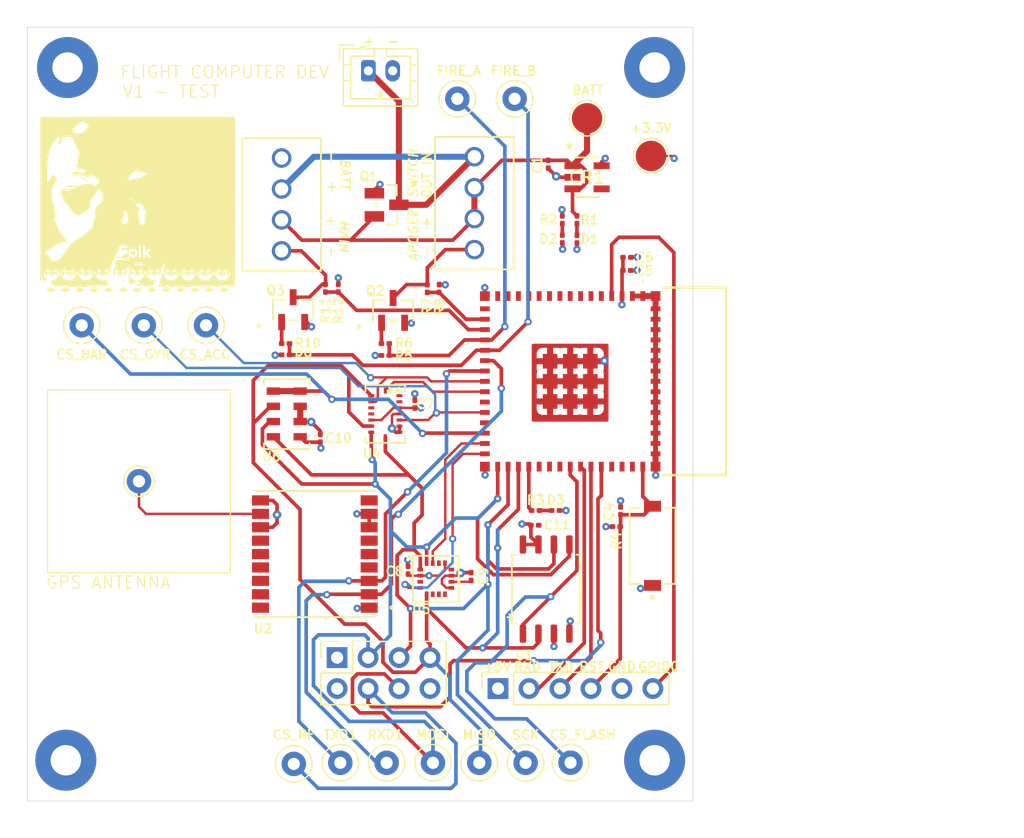
<source format=kicad_pcb>
(kicad_pcb (version 20241229) (generator "pcbnew") (generator_version "9.0")
  (layers (0 "F.Cu" signal) (4 "In1.Cu" signal) (6 "In2.Cu" signal) (2 "B.Cu" signal) (13 "F.Paste" user) (15 "B.Paste" user) (5 "F.SilkS" user "F.Silkscreen") (7 "B.SilkS" user "B.Silkscreen") (1 "F.Mask" user) (3 "B.Mask" user) (25 "Edge.Cuts" user))
  (net 0 "")
  (net 1 "GND")
  (net 2 "RAW_BATT")
  (net 3 "+BATT")
  (net 4 "RESET")
  (net 5 "+3.3V")
  (net 6 "Net-(U5-CAP)")
  (net 8 "Net-(D1-A)")
  (net 9 "Net-(D2-A)")
  (net 10 "Net-(D3-A)")
  (net 11 "SCK")
  (net 24 "GD00")
  (net 26 "MISO")
  (net 27 "GPIO_0")
  (net 28 "TXD0")
  (net 33 "MOSI")
  (net 34 "RXD0")
  (net 35 "MOS_A")
  (net 37 "MOS_B")
  (net 38 "+5V")
  (net 39 "CS_RF")
  (net 40 "Net-(U2-RF_IN)")
  (net 41 "Net-(Q2-G)")
  (net 42 "Net-(Q3-G)")
  (net 43 "PROGRAM_LED")
  (net 44 "FIRE_A")
  (net 45 "SENSE_A")
  (net 46 "FIRE_B")
  (net 47 "SENSE_B")
  (net 48 "CS_FLASH")
  (net 51 "RXD1")
  (net 55 "TXD1")
  (net 61 "CS_GYRO")
  (net 64 "ACCEL_INT")
  (net 66 "CS_ACCEL")
  (net 69 "MAG_INT")
  (net 71 "CS_MAG")
  (net 75 "CS_BARO")
  (net 78 "Net-(GPS_ANT1-Pin_1)")
  (footprint "Resistor_SMD:R_0201_0603Metric" (layer "F.Cu") (at 63.555 56.225 180)
    (property "Reference" "R4")
    (property "Value" "10k" (hide yes))
  )
  (footprint "LD2980ABM33TR:SOT23-5L_STM" (layer "F.Cu") (at 61.1562 27.549999)
    (property "Reference" "CR1")
    (property "Value" "LD2980ABM33TR" (hide yes))
  )
  (footprint "TestPoint:TestPoint_Loop_D1.80mm_Drill1.0mm_Beaded" (layer "F.Cu") (at 40.915 75.61)
    (property "Reference" "TP9" (hide yes))
    (property "Value" "TestPoint" (hide yes))
  )
  (footprint "Capacitor_SMD:C_0201_0603Metric" (layer "F.Cu") (at 64.425 34.125)
    (property "Reference" "C6")
    (property "Value" "0.1uF" (hide yes))
  )
  (footprint "Connector_JST:JST_PH_B2B-PH-K_1x02_P2.00mm_Vertical" (layer "F.Cu") (at 43.215 18.81)
    (property "Reference" "BT1" (hide yes))
    (property "Value" "LiPO" (hide yes))
  )
  (footprint "MS560702BA03:SON8_MS5611_TEC" (layer "F.Cu") (at 36.525 46.975 180)
    (property "Reference" "U6")
    (property "Value" "MS560702BA03-50" (hide yes))
  )
  (footprint "Resistor_SMD:R_0201_0603Metric" (layer "F.Cu") (at 44.605 41.2 180)
    (property "Reference" "R6")
    (property "Value" "1k" (hide yes))
  )
  (footprint "Resistor_SMD:R_0201_0603Metric" (layer "F.Cu") (at 39.7 36.65 90)
    (property "Reference" "R11")
    (property "Value" "100k" (hide yes))
  )
  (footprint "Connector_PinSocket_2.54mm:PinSocket_2x04_P2.54mm_Vertical" (layer "F.Cu") (at 40.655 66.975 90)
    (property "Reference" "J4" (hide yes))
    (property "Value" "Conn_02x04_Odd_Even" (hide yes))
  )
  (footprint "Resistor_SMD:R_0201_0603Metric" (layer "F.Cu") (at 40.75 36.65 -90)
    (property "Reference" "R12")
    (property "Value" "27k" (hide yes))
  )
  (footprint "TestPoint:TestPoint_Loop_D1.80mm_Drill1.0mm_Beaded" (layer "F.Cu") (at 19.7 39.7)
    (property "Reference" "TP12" (hide yes))
    (property "Value" "TestPoint" (hide yes))
  )
  (footprint "Capacitor_SMD:C_0201_0603Metric" (layer "F.Cu") (at 63.905 54.93 90)
    (property "Reference" "C4")
    (property "Value" "1uF" (hide yes))
  )
  (footprint "Capacitor_SMD:C_0201_0603Metric" (layer "F.Cu") (at 46.475 59.8 90)
    (property "Reference" "C8")
    (property "Value" "1uF" (hide yes))
  )
  (footprint "ESP32-Mini:ESP32S2MINI2N4R2" (layer "F.Cu") (at 59.775 44.3 -90)
    (property "Reference" "IC1" (hide yes))
    (property "Value" "ESP32-S2-MINI-2-N4R2" (hide yes))
  )
  (footprint "TestPoint:TestPoint_Loop_D1.80mm_Drill1.0mm_Beaded" (layer "F.Cu") (at 24.8 39.7)
    (property "Reference" "TP11" (hide yes))
    (property "Value" "TestPoint" (hide yes))
  )
  (footprint "LED_SMD:LED_0201_0603Metric" (layer "F.Cu") (at 58.575 54.9 180)
    (property "Reference" "D3")
    (property "Value" "BLUE" (hide yes))
  )
  (footprint "Resistor_SMD:R_0201_0603Metric" (layer "F.Cu") (at 36.425 42.125 180)
    (property "Reference" "R9")
    (property "Value" "100k" (hide yes))
  )
  (footprint "TestPoint:TestPoint_Loop_D1.80mm_Drill1.0mm_Beaded" (layer "F.Cu") (at 59.8 75.6)
    (property "Reference" "TP14" (hide yes))
    (property "Value" "TestPoint" (hide yes))
  )
  (footprint "TestPoint:TestPoint_Loop_D1.80mm_Drill1.0mm_Beaded" (layer "F.Cu") (at 55.215 21.11)
    (property "Reference" "TP7" (hide yes))
    (property "Value" "TestPoint" (hide yes))
  )
  (footprint "TestPoint:TestPoint_Loop_D1.80mm_Drill1.0mm_Beaded" (layer "F.Cu") (at 48.515 75.61)
    (property "Reference" "TP4" (hide yes))
    (property "Value" "TestPoint" (hide yes))
  )
  (footprint "TestPoint:TestPoint_Loop_D1.80mm_Drill1.0mm_Beaded" (layer "F.Cu") (at 50.515 21.11)
    (property "Reference" "TP6" (hide yes))
    (property "Value" "TestPoint" (hide yes))
  )
  (footprint "Capacitor_SMD:C_0201_0603Metric" (layer "F.Cu") (at 39.275 48.975 -90)
    (property "Reference" "C10")
    (property "Value" "0.1uF" (hide yes))
  )
  (footprint "MountingHole:MountingHole_2.5mm_Pad" (layer "F.Cu") (at 66.7 18.542)
    (property "Reference" "H3" (hide yes))
    (property "Value" "MountingHole_Pad" (hide yes))
  )
  (footprint "MountingHole:MountingHole_2.5mm_Pad" (layer "F.Cu") (at 66.7 75.4)
    (property "Reference" "H4" (hide yes))
    (property "Value" "MountingHole_Pad" (hide yes))
  )
  (footprint "TestPoint:TestPoint_Pad_D2.5mm" (layer "F.Cu") (at 66.4 25.8)
    (property "Reference" "TP1" (hide yes))
    (property "Value" "TestPoint" (hide yes))
  )
  (footprint "Capacitor_SMD:C_0201_0603Metric" (layer "F.Cu") (at 64.4175 35.2)
    (property "Reference" "C5")
    (property "Value" "10uF" (hide yes))
  )
  (footprint "SI2302-TP:SOT-23_MCC" (layer "F.Cu") (at 37.04615 38.416)
    (property "Reference" "Q3")
    (property "Value" "NMOS")
  )
  (footprint "1725672:CONN_1725672_PXC" (layer "F.Cu") (at 36.1 25.97 -90)
    (property "Reference" "J2" (hide yes))
    (property "Value" "Conn_01x04_Pin" (hide yes))
  )
  (footprint "Capacitor_SMD:C_0201_0603Metric" (layer "F.Cu") (at 51.650001 60.320001 90)
    (property "Reference" "C9")
    (property "Value" "10uF" (hide yes))
  )
  (footprint "Capacitor_SMD:C_0201_0603Metric" (layer "F.Cu") (at 56.87 56.11)
    (property "Reference" "C11")
    (property "Value" "0.1uF" (hide yes))
  )
  (footprint "Resistor_SMD:R_0201_0603Metric" (layer "F.Cu") (at 49.025 36.68 -90)
    (property "Reference" "R8")
    (property "Value" "27k" (hide yes))
  )
  (footprint "MountingHole:MountingHole_2.5mm_Pad" (layer "F.Cu") (at 18.4 75.4)
    (property "Reference" "H1" (hide yes))
    (property "Value" "MountingHole_Pad" (hide yes))
  )
  (footprint "graphics:theone" (layer "F.Cu") (at 24.3 30.2)
    (property "Reference" "G***")
    (property "Value" "LOGO" (hide yes))
  )
  (footprint "BMI088:QFN_BMI085_BOS" (layer "F.Cu") (at 44.607346 46.974999 -90)
    (property "Reference" "U4")
    (property "Value" "BMI088" (hide yes))
  )
  (footprint "Reverse Polarity PMOS:DMP3099L-7_DIO" (layer "F.Cu") (at 44.715 29.81 -90)
    (property "Reference" "Q1")
    (property "Value" "PMOS" (hide yes))
  )
  (footprint "GSPTS004102:SW_PTS636_CNK" (layer "F.Cu") (at 66.525 57.8 90)
    (property "Reference" "SW1" (hide yes))
    (property "Value" "PTS636 SM50J SMTR LFS" (hide yes))
  )
  (footprint "MountingHole:MountingHole_2.5mm_Pad" (layer "F.Cu") (at 18.542 18.542)
    (property "Reference" "H2" (hide yes))
    (property "Value" "MountingHole_Pad" (hide yes))
  )
  (footprint "Resistor_SMD:R_0201_0603Metric" (layer "F.Cu") (at 56.925 54.9)
    (property "Reference" "R3")
    (property "Value" "50" (hide yes))
  )
  (footprint "MAX-M10:MOD18_MAX-M10M_UBL" (layer "F.Cu") (at 38.8258 58.475 180)
    (property "Reference" "U2")
    (property "Value" "MAX-M10M-00B" (hide yes))
  )
  (footprint "TestPoint:TestPoint_Loop_D1.80mm_Drill1.0mm_Beaded" (layer "F.Cu") (at 44.715 75.61)
    (property "Reference" "TP8" (hide yes))
    (property "Value" "TestPoint" (hide yes))
  )
  (footprint "TestPoint:TestPoint_Loop_D1.80mm_Drill1.0mm_Beaded" (layer "F.Cu") (at 37.1 75.7)
    (property "Reference" "TP15" (hide yes))
    (property "Value" "TestPoint" (hide yes))
  )
  (footprint "Resistor_SMD:R_0201_0603Metric" (layer "F.Cu") (at 60.325 31.035 -90)
    (property "Reference" "R1")
    (property "Value" "110" (hide yes))
  )
  (footprint "MMC5983MA:MMC5983MA_MEM" (layer "F.Cu") (at 48.75 60.5)
    (property "Reference" "U5")
    (property "Value" "MMC5983MA" (hide yes))
  )
  (footprint "Connector_PinSocket_2.54mm:PinSocket_1x06_P2.54mm_Vertical" (layer "F.Cu") (at 53.855 69.515 90)
    (property "Reference" "J3" (hide yes))
    (property "Value" "Conn_01x06_Pin" (hide yes))
  )
  (footprint "Resistor_SMD:R_0201_0603Metric" (layer "F.Cu") (at 48.05 36.68 90)
    (property "Reference" "R7")
    (property "Value" "100k" (hide yes))
  )
  (footprint "TestPoint:TestPoint_Loop_D1.80mm_Drill1.0mm_Beaded" (layer "F.Cu") (at 56.115 75.61)
    (property "Reference" "TP5" (hide yes))
    (property "Value" "TestPoint" (hide yes))
  )
  (footprint "Resistor_SMD:R_0201_0603Metric" (layer "F.Cu") (at 36.425 41.2 180)
    (property "Reference" "R10")
    (property "Value" "1k" (hide yes))
  )
  (footprint "SI2302-TP:SOT-23_MCC" (layer "F.Cu") (at 45.2465 38.475)
    (property "Reference" "Q2")
    (property "Value" "NMOS" (hide yes))
  )
  (footprint "Capacitor_SMD:C_0201_0603Metric" (layer "F.Cu") (at 47.027346 46.168699 90)
    (property "Reference" "C7")
    (property "Value" "0.1uF" (hide yes))
  )
  (footprint "Resistor_SMD:R_0201_0603Metric" (layer "F.Cu") (at 44.61 42.175 180)
    (property "Reference" "R5")
    (property "Value" "100k" (hide yes))
  )
  (footprint "LED_SMD:LED_0201_0603Metric" (layer "F.Cu") (at 60.325 32.63 90)
    (property "Reference" "D1")
    (property "Value" "RED" (hide yes))
  )
  (footprint "TestPoint:TestPoint_Loop_D1.80mm_Drill1.0mm_Beaded" (layer "F.Cu") (at 52.315 75.61)
    (property "Reference" "TP3" (hide yes))
    (property "Value" "TestPoint" (hide yes))
  )
  (footprint "Capacitor_SMD:C_0201_0603Metric" (layer "F.Cu") (at 57.975 26.48 -90)
    (property "Reference" "C1")
    (property "Value" "22uF" (hide yes))
  )
  (footprint "LED_SMD:LED_0201_0603Metric" (layer "F.Cu") (at 59.125 32.615 90)
    (property "Reference" "D2")
    (property "Value" "GREEN" (hide yes))
  )
  (footprint "1725672:CONN_1725672_PXC" (layer "F.Cu") (at 51.915 25.865 -90)
    (property "Reference" "J1" (hide yes))
    (property "Value" "Conn_01x04_Pin" (hide yes))
  )
  (footprint "Connector_Pin:Pin_D1.0mm_L10.0mm" (layer "F.Cu") (at 24.4 52.5)
    (property "Reference" "GPS_ANT" (hide yes))
    (property "Value" "Pin_D1.0mm_L10.0mm" (hide yes))
  )
  (footprint "W25Q16JVSSIQ:W25Q16JVSSIQ_WIN" (layer "F.Cu") (at 57.8 61.35 90)
    (property "Reference" "U1")
    (property "Value" "W25Q16JVSSIQ" (hide yes))
  )
  (footprint "TestPoint:TestPoint_Loop_D1.80mm_Drill1.0mm_Beaded" (layer "F.Cu") (at 29.9 39.7)
    (property "Reference" "TP10" (hide yes))
    (property "Value" "TestPoint" (hide yes))
  )
  (footprint "TestPoint:TestPoint_Pad_D2.5mm" (layer "F.Cu") (at 61.1562 22.71)
    (property "Reference" "TP2" (hide yes))
    (property "Value" "TestPoint" (hide yes))
  )
  (footprint "Resistor_SMD:R_0201_0603Metric" (layer "F.Cu") (at 59.125 31.035 -90)
    (property "Reference" "R2")
    (property "Value" "50" (hide yes))
  )
  (gr_line (start 24.4 45) (end 16.9 45) (stroke (width 0.1)) (layer "F.SilkS"))
  (gr_line (start 16.9 60) (end 31.9 60) (stroke (width 0.1)) (layer "F.SilkS"))
  (gr_line (start 31.9 45) (end 24.4 45) (stroke (width 0.1)) (layer "F.SilkS"))
  (gr_line (start 16.9 45) (end 16.9 60) (stroke (width 0.1)) (layer "F.SilkS"))
  (gr_line (start 31.9 45) (end 31.9 60) (stroke (width 0.1)) (layer "F.SilkS"))
  (gr_line (start 15.24 15.24) (end 69.85 15.24) (stroke (width 0.05)) (layer "Edge.Cuts"))
  (gr_line (start 69.85 78.74) (end 15.24 78.74) (stroke (width 0.05)) (layer "Edge.Cuts"))
  (gr_line (start 15.24 15.24) (end 15.24 78.74) (stroke (width 0.05)) (layer "Edge.Cuts"))
  (gr_line (start 69.85 15.24) (end 69.85 78.74) (stroke (width 0.05)) (layer "Edge.Cuts"))
  (gr_text "IN" (at 48.015 26.01 90) (layer "F.SilkS") (effects (font (size 0.75 0.75))))
  (gr_text "+5V" (at 53.775 67.725 0) (layer "F.SilkS") (effects (font (size 0.75 0.75))))
  (gr_text "SCK" (at 56.115 73.31 0) (layer "F.SilkS") (effects (font (size 0.75 0.75))))
  (gr_text "CS_ACC" (at 29.8 42.1 0) (layer "F.SilkS") (effects (font (size 0.75 0.75))))
  (gr_text "RXD1" (at 44.615 73.31 0) (layer "F.SilkS") (effects (font (size 0.75 0.75))))
  (gr_text "+" (at 40.215 28.41 180) (layer "F.SilkS") (effects (font (size 0.75 0.75))))
  (gr_text "-" (at 45.24 16.385 0) (layer "F.SilkS") (effects (font (size 0.75 0.75))))
  (gr_text "GND" (at 64.025 67.725 0) (layer "F.SilkS") (effects (font (size 0.75 0.75))))
  (gr_text "GPS ANTENNA" (at 16.7 61.4 0) (layer "F.SilkS") (effects (font (size 1 1) (thickness 0.1)) (justify left bottom)))
  (gr_text "FIRE_A\n" (at 50.615 18.81 0) (layer "F.SilkS") (effects (font (size 0.75 0.75))))
  (gr_text "RST" (at 61.525 67.725 0) (layer "F.SilkS") (effects (font (size 0.75 0.75))))
  (gr_text "+" (at 43.24 16.385 0) (layer "F.SilkS") (effects (font (size 0.75 0.75))))
  (gr_text "BATT" (at 41.315 27.31 270) (layer "F.SilkS") (effects (font (size 0.75 0.75) (thickness 0.15) (italic yes))))
  (gr_text "-" (at 40.115 33.61 90) (layer "F.SilkS") (effects (font (size 0.75 0.75))))
  (gr_text "+" (at 40.115 31.11 0) (layer "F.SilkS") (effects (font (size 0.75 0.75))))
  (gr_text "+" (at 48.015 31.21 0) (layer "F.SilkS") (effects (font (size 0.75 0.75))))
  (gr_text "FIRE_B" (at 55.115 18.81 0) (layer "F.SilkS") (effects (font (size 0.75 0.75))))
  (gr_text "CS_FLASH" (at 60.8 73.3 0) (layer "F.SilkS") (effects (font (size 0.75 0.75))))
  (gr_text "APOGEE" (at 46.915 32.31 90) (layer "F.SilkS") (effects (font (size 0.75 0.75) (thickness 0.15) (italic yes))))
  (gr_text "BATT" (at 61.215 20.41 0) (layer "F.SilkS") (effects (font (size 0.75 0.75))))
  (gr_text "GPIO0" (at 67.025 67.725 0) (layer "F.SilkS") (effects (font (size 0.75 0.75))))
  (gr_text "CS_GYR" (at 24.9 42.1 0) (layer "F.SilkS") (effects (font (size 0.75 0.75))))
  (gr_text "SWITCH" (at 46.915 27.21 90) (layer "F.SilkS") (effects (font (size 0.75 0.75) (thickness 0.15) (italic yes))))
  (gr_text "OUT" (at 48.015 28.21 90) (layer "F.SilkS") (effects (font (size 0.75 0.75))))
  (gr_text "V1 - TEST" (at 23 21.1 0) (layer "F.SilkS") (effects (font (size 1 1) (thickness 0.1)) (justify left bottom)))
  (gr_text "-" (at 48.015 33.71 90) (layer "F.SilkS") (effects (font (size 0.75 0.75))))
  (gr_text "-" (at 40.215 25.91 270) (layer "F.SilkS") (effects (font (size 0.75 0.75))))
  (gr_text "MOSI" (at 48.515 73.31 0) (layer "F.SilkS") (effects (font (size 0.75 0.75))))
  (gr_text "MISO" (at 52.315 73.31 0) (layer "F.SilkS") (effects (font (size 0.75 0.75))))
  (gr_text "FLIGHT COMPUTER DEV" (at 22.8 19.5 0) (layer "F.SilkS") (effects (font (size 1 1) (thickness 0.1)) (justify left bottom)))
  (gr_text "CS_RF" (at 37.1 73.3 0) (layer "F.SilkS") (effects (font (size 0.75 0.75))))
  (gr_text "CS_BAR" (at 19.7 42.1 0) (layer "F.SilkS") (effects (font (size 0.75 0.75))))
  (gr_text "MAIN" (at 41.215 32.41 270) (layer "F.SilkS") (effects (font (size 0.75 0.75) (thickness 0.15) (italic yes))))
  (gr_text "+3.3V" (at 66.4 23.5 0) (layer "F.SilkS") (effects (font (size 0.75 0.75))))
  (gr_text "TXD1" (at 40.915 73.31 0) (layer "F.SilkS") (effects (font (size 0.75 0.75))))
  (gr_text "TXD" (at 59.025 67.725 0) (layer "F.SilkS") (effects (font (size 0.75 0.75))))
  (gr_text "RXD" (at 56.275 67.725 0) (layer "F.SilkS") (effects (font (size 0.75 0.75))))
  (segment (start 44.29 42.175) (end 43.775 42.175) (width 0.3) (layer "F.Cu") (net 1))
  (segment (start 66.275001 61.3) (end 66.525 61.050001) (width 0.3) (layer "F.Cu") (net 1))
  (segment (start 63.905 54.61) (end 63.905 54.1) (width 0.3) (layer "F.Cu") (net 1))
  (segment (start 35.725 54.433401) (end 35.725 55.25) (width 0.3) (layer "F.Cu") (net 1))
  (segment (start 49.025 36.36) (end 49.51 36.36) (width 0.3) (layer "F.Cu") (net 1))
  (segment (start 39.275 48.38) (end 38.525 47.63) (width 0.3) (layer "F.Cu") (net 1))
  (segment (start 37.625 46.35) (end 37.625 47.6) (width 0.5) (layer "F.Cu") (net 1))
  (segment (start 35.6 42.125) (end 35.575 42.15) (width 0.3) (layer "F.Cu") (net 1))
  (segment (start 60.325 32.95) (end 60.325 33.4675) (width 0.3) (layer "F.Cu") (net 1))
  (segment (start 39.275 48.655) (end 39.275 48.38) (width 0.3) (layer "F.Cu") (net 1))
  (segment (start 45.152346 47.115398) (end 45.152346 48.168699) (width 0.2) (layer "F.Cu") (net 1))
  (segment (start 50.571832 60.25) (end 50.787556 60.034276) (width 0.2) (layer "F.Cu") (net 1))
  (segment (start 61.425 42.65) (end 62.535002 42.65) (width 0.3) (layer "F.Cu") (net 1))
  (segment (start 66.775 51.3) (end 66.775 51.995) (width 0.3) (layer "F.Cu") (net 1))
  (segment (start 46.45 58.945) (end 46.45 59.455) (width 0.3) (layer "F.Cu") (net 1))
  (segment (start 59.15 32.96) (end 59.125 32.935) (width 0.3) (layer "F.Cu") (net 1))
  (segment (start 34.3681 56.274999) (end 35.3666 56.274999) (width 0.3) (layer "F.Cu") (net 1))
  (segment (start 58.699999 27.549999) (end 58.625 27.475) (width 0.3) (layer "F.Cu") (net 1))
  (segment (start 50.020397 61.245399) (end 49.595399 61.245399) (width 0.2) (layer "F.Cu") (net 1))
  (segment (start 43.233499 62.925) (end 43.2835 62.874999) (width 0.3) (layer "F.Cu") (net 1))
  (segment (start 49.51 36.36) (end 49.525 36.375) (width 0.3) (layer "F.Cu") (net 1))
  (segment (start 65.2275 35.2) (end 65.2525 35.175) (width 0.3) (layer "F.Cu") (net 1))
  (segment (start 49.250001 60.525001) (end 49.525002 60.25) (width 0.2) (layer "F.Cu") (net 1))
  (segment (start 35.3666 54.075001) (end 35.725 54.433401) (width 0.3) (layer "F.Cu") (net 1))
  (segment (start 59.9624 27.549999) (end 58.699999 27.549999) (width 0.3) (layer "F.Cu") (net 1))
  (segment (start 46.716 39.491) (end 46.75 39.525) (width 0.3) (layer "F.Cu") (net 1))
  (segment (start 46.45 59.455) (end 46.475 59.48) (width 0.3) (layer "F.Cu") (net 1))
  (segment (start 43.7095 28.596) (end 44.1705 28.135) (width 0.3) (layer "F.Cu") (net 1))
  (segment (start 49.525002 60.25) (end 50.024999 60.25) (width 0.2) (layer "F.Cu") (net 1))
  (segment (start 36.105 42.125) (end 35.6 42.125) (width 0.3) (layer "F.Cu") (net 1))
  (segment (start 49.595399 61.245399) (end 49.250001 60.900001) (width 0.2) (layer "F.Cu") (net 1))
  (segment (start 46.19265 39.491) (end 46.716 39.491) (width 0.3) (layer "F.Cu") (net 1))
  (segment (start 58.895 54.9) (end 59.425 54.9) (width 0.3) (layer "F.Cu") (net 1))
  (segment (start 52.775 51.3) (end 52.775 51.97) (width 0.3) (layer "F.Cu") (net 1))
  (segment (start 50.024999 61.250001) (end 50.020397 61.245399) (width 0.2) (layer "F.Cu") (net 1))
  (segment (start 35.725 55.916599) (end 35.725 55.25) (width 0.3) (layer "F.Cu") (net 1))
  (segment (start 52.775 51.97) (end 52.79 51.985) (width 0.3) (layer "F.Cu") (net 1))
  (segment (start 49.250001 60.900001) (end 49.250001 60.525001) (width 0.2) (layer "F.Cu") (net 1))
  (segment (start 45.763046 47.975) (end 45.763046 48.474999) (width 0.3) (layer "F.Cu") (net 1))
  (segment (start 50.821831 60.000001) (end 50.787556 60.034276) (width 0.3) (layer "F.Cu") (net 1))
  (segment (start 34.3681 54.075001) (end 35.3666 54.075001) (width 0.3) (layer "F.Cu") (net 1))
  (segment (start 65.55 61.3) (end 66.275001 61.3) (width 0.3) (layer "F.Cu") (net 1))
  (segment (start 66.775 51.995) (end 66.79 52.01) (width 0.3) (layer "F.Cu") (net 1))
  (segment (start 47.027346 45.848699) (end 47.027346 45.318699) (width 0.3) (layer "F.Cu") (net 1))
  (segment (start 45.458646 48.474999) (end 45.152346 48.168699) (width 0.3) (layer "F.Cu") (net 1))
  (segment (start 59.705 64.045) (end 59.775 63.975) (width 0.3) (layer "F.Cu") (net 1))
  (segment (start 57.975 26.825) (end 58.625 27.475) (width 0.3) (layer "F.Cu") (net 1))
  (segment (start 42.3 62.925) (end 43.233499 62.925) (width 0.3) (layer "F.Cu") (net 1))
  (segment (start 45.763046 46.974999) (end 45.292745 46.974999) (width 0.2) (layer "F.Cu") (net 1))
  (segment (start 35.3666 56.274999) (end 35.725 55.916599) (width 0.3) (layer "F.Cu") (net 1))
  (segment (start 38.157 39.432) (end 38.55 39.825) (width 0.3) (layer "F.Cu") (net 1))
  (segment (start 52.775 36.62) (end 52.765 36.61) (width 0.3) (layer "F.Cu") (net 1))
  (segment (start 57.975 26.8) (end 57.975 26.825) (width 0.3) (layer "F.Cu") (net 1))
  (segment (start 45.292745 46.974999) (end 45.152346 47.115398) (width 0.2) (layer "F.Cu") (net 1))
  (segment (start 52.775 37.3) (end 52.775 36.62) (width 0.3) (layer "F.Cu") (net 1))
  (segment (start 51.650001 60.000001) (end 50.821831 60.000001) (width 0.3) (layer "F.Cu") (net 1))
  (segment (start 65.28 34.1) (end 64.77 34.1) (width 0.3) (layer "F.Cu") (net 1))
  (segment (start 59.705 65.0076) (end 59.705 64.045) (width 0.3) (layer "F.Cu") (net 1))
  (segment (start 62.535002 42.65) (end 62.575002 42.61) (width 0.3) (layer "F.Cu") (net 1))
  (segment (start 64.77 34.1) (end 64.745 34.125) (width 0.3) (layer "F.Cu") (net 1))
  (segment (start 43.7095 28.859999) (end 43.7095 28.596) (width 0.3) (layer "F.Cu") (net 1))
  (segment (start 45.763046 48.474999) (end 45.458646 48.474999) (width 0.3) (layer "F.Cu") (net 1))
  (segment (start 64.7375 35.2) (end 65.2275 35.2) (width 0.3) (layer "F.Cu") (net 1))
  (segment (start 37.9923 39.432) (end 38.157 39.432) (width 0.3) (layer "F.Cu") (net 1))
  (segment (start 59.15 33.455) (end 59.15 32.96) (width 0.3) (layer "F.Cu") (net 1))
  (segment (start 50.024999 60.25) (end 50.571832 60.25) (width 0.2) (layer "F.Cu") (net 1))
  (segment (start 37.625 47.6) (end 38.495 47.6) (width 0.3) (layer "F.Cu") (net 1))
  (segment (start 40.75 36.33) (end 40.75 35.8) (width 0.3) (layer "F.Cu") (net 1))
  (via (at 46.45 58.945) (size 0.6) (drill 0.25) (layers "F.Cu" "B.Cu") (net 1))
  (via (at 47.027346 45.318699) (size 0.6) (drill 0.25) (layers "F.Cu" "B.Cu") (net 1))
  (via (at 63.905 54.1) (size 0.6) (drill 0.25) (layers "F.Cu" "B.Cu") (net 1))
  (via (at 45.152346 48.168699) (size 0.7) (drill 0.3) (layers "F.Cu" "B.Cu") (net 1))
  (via (at 49.525 36.375) (size 0.6) (drill 0.25) (layers "F.Cu" "B.Cu") (net 1))
  (via (at 40.75 35.8) (size 0.6) (drill 0.25) (layers "F.Cu" "B.Cu") (net 1))
  (via (at 62.575002 42.61) (size 0.7) (drill 0.3) (layers "F.Cu" "B.Cu") (net 1))
  (via (at 38.55 39.825) (size 0.6) (drill 0.25) (layers "F.Cu" "B.Cu") (net 1))
  (via (at 46.75 39.525) (size 0.6) (drill 0.25) (layers "F.Cu" "B.Cu") (net 1))
  (via (at 35.575 42.15) (size 0.6) (drill 0.25) (layers "F.Cu" "B.Cu") (net 1))
  (via (at 59.425 54.9) (size 0.6) (drill 0.25) (layers "F.Cu" "B.Cu") (net 1))
  (via (at 65.28 34.1) (size 0.6) (drill 0.25) (layers "F.Cu" "B.Cu") (net 1))
  (via (at 43.775 42.175) (size 0.6) (drill 0.25) (layers "F.Cu" "B.Cu") (net 1))
  (via (at 52.79 51.985) (size 0.6) (drill 0.25) (layers "F.Cu" "B.Cu") (net 1))
  (via (at 60.325 33.4675) (size 0.6) (drill 0.25) (layers "F.Cu" "B.Cu") (net 1))
  (via (at 35.725 55.25) (size 0.7) (drill 0.3) (layers "F.Cu" "B.Cu") (net 1))
  (via (at 38.525 47.63) (size 0.7) (drill 0.3) (layers "F.Cu" "B.Cu") (net 1))
  (via (at 59.775 63.975) (size 0.6) (drill 0.25) (layers "F.Cu" "B.Cu") (net 1))
  (via (at 44.1705 28.135) (size 0.6) (drill 0.25) (layers "F.Cu" "B.Cu") (net 1))
  (via (at 58.625 27.475) (size 0.7) (drill 0.3) (layers "F.Cu" "B.Cu") (net 1))
  (via (at 50.787556 60.034276) (size 0.7) (drill 0.3) (layers "F.Cu" "B.Cu") (net 1))
  (via (at 65.55 61.3) (size 0.6) (drill 0.25) (layers "F.Cu" "B.Cu") (net 1))
  (via (at 59.15 33.455) (size 0.6) (drill 0.25) (layers "F.Cu" "B.Cu") (net 1))
  (via (at 42.3 62.925) (size 0.6) (drill 0.25) (layers "F.Cu" "B.Cu") (net 1))
  (via (at 65.2525 35.175) (size 0.6) (drill 0.25) (layers "F.Cu" "B.Cu") (net 1))
  (via (at 66.79 52.01) (size 0.6) (drill 0.25) (layers "F.Cu" "B.Cu") (net 1))
  (via (at 52.765 36.61) (size 0.6) (drill 0.25) (layers "F.Cu" "B.Cu") (net 1))
  (segment (start 47.97 29.81) (end 51.915 25.865) (width 0.5) (layer "F.Cu") (net 2))
  (segment (start 45.7205 29.81) (end 47.97 29.81) (width 0.5) (layer "F.Cu") (net 2))
  (segment (start 45.7205 21.3155) (end 45.7205 29.81) (width 0.5) (layer "F.Cu") (net 2))
  (segment (start 36.1 28.51) (end 36.1 28.025) (width 0.3) (layer "F.Cu") (net 2))
  (segment (start 43.215 18.81) (end 45.7205 21.3155) (width 0.5) (layer "F.Cu") (net 2))
  (segment (start 51.915 25.865) (end 38.745 25.865) (width 0.5) (layer "B.Cu") (net 2))
  (segment (start 38.745 25.865) (end 36.1 28.51) (width 0.5) (layer "B.Cu") (net 2))
  (segment (start 59.9624 30.3524) (end 60.325 30.715) (width 0.3) (layer "F.Cu") (net 3))
  (segment (start 57.975 26.16) (end 54.16 26.16) (width 0.3) (layer "F.Cu") (net 3))
  (segment (start 36.1 31.05) (end 37.76 32.71) (width 0.3) (layer "F.Cu") (net 3))
  (segment (start 54.16 26.16) (end 51.915 28.405) (width 0.3) (layer "F.Cu") (net 3))
  (segment (start 60.654199 26.599998) (end 61.125 27.070799) (width 0.3) (layer "F.Cu") (net 3))
  (segment (start 43.7095 30.760001) (end 41.759501 32.71) (width 0.3) (layer "F.Cu") (net 3))
  (segment (start 61.125 27.070799) (end 61.125 27.975) (width 0.3) (layer "F.Cu") (net 3))
  (segment (start 59.522402 26.16) (end 57.975 26.16) (width 0.3) (layer "F.Cu") (net 3))
  (segment (start 60.6 28.5) (end 59.9624 28.5) (width 0.3) (layer "F.Cu") (net 3))
  (segment (start 59.9624 28.5) (end 59.9624 30.3524) (width 0.3) (layer "F.Cu") (net 3))
  (segment (start 37.76 32.71) (end 41.215 32.71) (width 0.3) (layer "F.Cu") (net 3))
  (segment (start 59.9624 26.599998) (end 60.654199 26.599998) (width 0.3) (layer "F.Cu") (net 3))
  (segment (start 51.915 28.405) (end 51.915 30.945) (width 0.5) (layer "F.Cu") (net 3))
  (segment (start 41.759501 32.71) (end 41.215 32.71) (width 0.3) (layer "F.Cu") (net 3))
  (segment (start 61.1562 25.406198) (end 59.9624 26.599998) (width 0.5) (layer "F.Cu") (net 3))
  (segment (start 41.215 32.71) (end 50.15 32.71) (width 0.3) (layer "F.Cu") (net 3))
  (segment (start 61.125 27.975) (end 60.6 28.5) (width 0.3) (layer "F.Cu") (net 3))
  (segment (start 50.15 32.71) (end 51.915 30.945) (width 0.3) (layer "F.Cu") (net 3))
  (segment (start 61.1562 22.71) (end 61.1562 25.406198) (width 0.5) (layer "F.Cu") (net 3))
  (segment (start 59.9624 26.599998) (end 59.522402 26.16) (width 0.3) (layer "F.Cu") (net 3))
  (segment (start 65.725 53.749999) (end 66.525 54.549999) (width 0.3) (layer "F.Cu") (net 4))
  (segment (start 66.525 54.549999) (end 65.824999 55.25) (width 0.3) (layer "F.Cu") (net 4))
  (segment (start 65.824999 55.25) (end 63.905 55.25) (width 0.3) (layer "F.Cu") (net 4))
  (segment (start 63.875 67.075) (end 61.475 69.475) (width 0.3) (layer "F.Cu") (net 4))
  (segment (start 65.725 51.3) (end 65.725 53.749999) (width 0.3) (layer "F.Cu") (net 4))
  (segment (start 63.905 55.25) (end 63.905 56.195) (width 0.3) (layer "F.Cu") (net 4))
  (segment (start 63.875 56.225) (end 63.875 67.075) (width 0.3) (layer "F.Cu") (net 4))
  (segment (start 63.875 55.28) (end 63.905 55.25) (width 0.3) (layer "F.Cu") (net 4))
  (segment (start 63.905 56.195) (end 63.875 56.225) (width 0.3) (layer "F.Cu") (net 4))
  (segment (start 39.275 49.725) (end 39.325 49.775) (width 0.3) (layer "F.Cu") (net 5))
  (segment (start 43.2835 55.174999) (end 42.275 55.175) (width 0.3) (layer "F.Cu") (net 5))
  (segment (start 49.495399 59.754601) (end 48.999999 60.250001) (width 0.2) (layer "F.Cu") (net 5))
  (segment (start 58.435 65.0076) (end 58.435 66.055) (width 0.3) (layer "F.Cu") (net 5))
  (segment (start 45.763046 46.475) (end 47.013647 46.475) (width 0.2) (layer "F.Cu") (net 5))
  (segment (start 48.999999 60.250001) (end 48.200001 60.250001) (width 0.2) (layer "F.Cu") (net 5))
  (segment (start 64.0975 35.2) (end 64.0975 34.1325) (width 0.3) (layer "F.Cu") (net 5))
  (segment (start 39.275 49.295) (end 39.275 49.725) (width 0.3) (layer "F.Cu") (net 5))
  (segment (start 64.025 37.3) (end 64.025 35.2725) (width 0.3) (layer "F.Cu") (net 5))
  (segment (start 45.275 46.475) (end 45.763046 46.475) (width 0.2) (layer "F.Cu") (net 5))
  (segment (start 59.125 30.23) (end 59.1 30.205) (width 0.3) (layer "F.Cu") (net 5))
  (segment (start 64.015 38.01) (end 64.015 37.31) (width 0.3) (layer "F.Cu") (net 5))
  (segment (start 55.895 57.6924) (end 57.165 57.6924) (width 0.3) (layer "F.Cu") (net 5))
  (segment (start 59.125 30.715) (end 59.125 30.23) (width 0.3) (layer "F.Cu") (net 5))
  (segment (start 47.511301 46.488699) (end 47.525 46.475) (width 0.2) (layer "F.Cu") (net 5))
  (segment (start 68.1 25.8) (end 68.3 26) (width 0.2) (layer "F.Cu") (net 5))
  (segment (start 49.500001 59.225001) (end 49.495399 59.229603) (width 0.2) (layer "F.Cu") (net 5))
  (segment (start 56.45 56.01) (end 56.55 56.11) (width 0.3) (layer "F.Cu") (net 5))
  (segment (start 47.475001 60.25) (end 46.605 60.25) (width 0.2) (layer "F.Cu") (net 5))
  (segment (start 47.013647 46.475) (end 47.027346 46.488699) (width 0.2) (layer "F.Cu") (net 5))
  (segment (start 55.815 56.01) (end 56.45 56.01) (width 0.3) (layer "F.Cu") (net 5))
  (segment (start 56.55 57.0774) (end 57.165 57.6924) (width 0.3) (layer "F.Cu") (net 5))
  (segment (start 55.815 56.01) (end 55.775 56.05) (width 0.3) (layer "F.Cu") (net 5))
  (segment (start 63.235 56.225) (end 62.705 56.225) (width 0.3) (layer "F.Cu") (net 5))
  (segment (start 58.435 66.055) (end 58.44 66.06) (width 0.3) (layer "F.Cu") (net 5))
  (segment (start 47.027346 46.488699) (end 47.511301 46.488699) (width 0.2) (layer "F.Cu") (net 5))
  (segment (start 49.495399 59.229603) (end 49.495399 59.754601) (width 0.2) (layer "F.Cu") (net 5))
  (segment (start 43.451646 47.474998) (end 44.275002 47.474998) (width 0.2) (layer "F.Cu") (net 5))
  (segment (start 44.275002 47.474998) (end 45.275 46.475) (width 0.2) (layer "F.Cu") (net 5))
  (segment (start 47.475001 60.25) (end 48.200001 60.250001) (width 0.2) (layer "F.Cu") (net 5))
  (segment (start 37.625 48.85) (end 38.07 49.295) (width 0.3) (layer "F.Cu") (net 5))
  (segment (start 64.0975 34.1325) (end 64.105 34.125) (width 0.3) (layer "F.Cu") (net 5))
  (segment (start 43.2835 55.174999) (end 43.2835 56.274999) (width 0.3) (layer "F.Cu") (net 5))
  (segment (start 64.015 37.31) (end 64.025 37.3) (width 0.3) (layer "F.Cu") (net 5))
  (segment (start 62.35 26.599998) (end 62.35 26.3) (width 0.3) (layer "F.Cu") (net 5))
  (segment (start 66.4 25.8) (end 68.1 25.8) (width 0.2) (layer "F.Cu") (net 5))
  (segment (start 62.35 26.3) (end 62.65 26) (width 0.3) (layer "F.Cu") (net 5))
  (segment (start 56.55 56.11) (end 56.55 57.0774) (width 0.3) (layer "F.Cu") (net 5))
  (segment (start 64.025 35.2725) (end 64.0975 35.2) (width 0.3) (layer "F.Cu") (net 5))
  (segment (start 46.605 60.25) (end 46.475 60.12) (width 0.2) (layer "F.Cu") (net 5))
  (segment (start 38.07 49.295) (end 39.275 49.295) (width 0.3) (layer "F.Cu") (net 5))
  (via (at 59.1 30.205) (size 0.6) (drill 0.25) (layers "F.Cu" "B.Cu") (net 5))
  (via (at 47.525 46.475) (size 0.6) (drill 0.25) (layers "F.Cu" "B.Cu") (net 5))
  (via (at 58.44 66.06) (size 0.6) (drill 0.25) (layers "F.Cu" "B.Cu") (net 5))
  (via (at 68.3 26) (size 0.6) (drill 0.25) (layers "F.Cu" "B.Cu") (net 5))
  (via (at 64.015 38.01) (size 0.6) (drill 0.25) (layers "F.Cu" "B.Cu") (net 5))
  (via (at 62.705 56.225) (size 0.6) (drill 0.25) (layers "F.Cu" "B.Cu") (net 5))
  (via (at 42.275 55.175) (size 0.6) (drill 0.25) (layers "F.Cu" "B.Cu") (net 5))
  (via (at 39.325 49.775) (size 0.6) (drill 0.25) (layers "F.Cu" "B.Cu") (net 5))
  (via (at 62.65 26) (size 0.6) (drill 0.25) (layers "F.Cu" "B.Cu") (net 5))
  (via (at 55.815 56.01) (size 0.6) (drill 0.25) (layers "F.Cu" "B.Cu") (net 5))
  (via (at 48.200001 60.250001) (size 0.6) (drill 0.25) (layers "F.Cu" "B.Cu") (net 5))
  (segment (start 51.540002 60.75) (end 51.650001 60.640001) (width 0.2) (layer "F.Cu") (net 6))
  (segment (start 50.024999 60.75) (end 51.540002 60.75) (width 0.2) (layer "F.Cu") (net 6))
  (segment (start 60.325 32.31) (end 60.325 31.355) (width 0.3) (layer "F.Cu") (net 8))
  (segment (start 59.125 32.295) (end 59.125 31.355) (width 0.3) (layer "F.Cu") (net 9))
  (segment (start 57.245 54.9) (end 58.255 54.9) (width 0.3) (layer "F.Cu") (net 10))
  (segment (start 47.475001 58.625001) (end 47.475001 59.7466) (width 0.3) (layer "F.Cu") (net 11))
  (segment (start 44.607346 50.057346) (end 44.607346 49.575) (width 0.3) (layer "F.Cu") (net 11))
  (segment (start 44.607346 49.575) (end 44.607346 48.886299) (width 0.3) (layer "F.Cu") (net 11))
  (segment (start 38.55 51.975) (end 46.525 51.975) (width 0.3) (layer "F.Cu") (net 11))
  (segment (start 46.05 58.125) (end 46.975 58.125) (width 0.3) (layer "F.Cu") (net 11))
  (segment (start 53.025 59) (end 53.725 59.7) (width 0.3) (layer "F.Cu") (net 11))
  (segment (start 47.625 55.275) (end 46.975 55.925) (width 0.3) (layer "F.Cu") (net 11))
  (segment (start 57.995 59.7) (end 58.435 59.26) (width 0.3) (layer "F.Cu") (net 11))
  (segment (start 58.435 59.26) (end 58.435 57.6924) (width 0.3) (layer "F.Cu") (net 11))
  (segment (start 46.975 55.925) (end 46.975 58.125) (width 0.3) (layer "F.Cu") (net 11))
  (segment (start 47.625 53.075) (end 47.625 55.275) (width 0.3) (layer "F.Cu") (net 11))
  (segment (start 46.675 62.95) (end 45.575 61.85) (width 0.3) (layer "F.Cu") (net 11))
  (segment (start 46.525 51.975) (end 47.625 53.075) (width 0.3) (layer "F.Cu") (net 11))
  (segment (start 53.024997 56.599997) (end 53.025 56.6) (width 0.3) (layer "F.Cu") (net 11))
  (segment (start 45.575 58.6) (end 46.05 58.125) (width 0.3) (layer "F.Cu") (net 11))
  (segment (start 46.675 66.035) (end 46.675 62.95) (width 0.3) (layer "F.Cu") (net 11))
  (segment (start 46.525 51.975) (end 44.607346 50.057346) (width 0.3) (layer "F.Cu") (net 11))
  (segment (start 53.024997 56.075003) (end 53.024997 56.599997) (width 0.3) (layer "F.Cu") (net 11))
  (segment (start 53.025 56.6) (end 53.025 59) (width 0.3) (layer "F.Cu") (net 11))
  (segment (start 45.575 61.85) (end 45.575 58.6) (width 0.3) (layer "F.Cu") (net 11))
  (segment (start 35.425 48.85) (end 38.55 51.975) (width 0.3) (layer "F.Cu") (net 11))
  (segment (start 53.725 59.7) (end 57.995 59.7) (width 0.3) (layer "F.Cu") (net 11))
  (segment (start 46.975 58.125) (end 47.475001 58.625001) (width 0.3) (layer "F.Cu") (net 11))
  (segment (start 45.735 66.975) (end 46.675 66.035) (width 0.3) (layer "F.Cu") (net 11))
  (segment (start 54.675 54.425) (end 54.675 51.3) (width 0.3) (layer "F.Cu") (net 11))
  (segment (start 53.024997 56.075003) (end 54.675 54.425) (width 0.3) (layer "F.Cu") (net 11))
  (via (at 46.675 62.95) (size 0.6) (drill 0.25) (layers "F.Cu" "B.Cu") (net 11))
  (via (at 53.025 60.95) (size 0.6) (drill 0.25) (layers "F.Cu" "B.Cu") (net 11))
  (via (at 53.024997 56.075003) (size 0.6) (drill 0.25) (layers "F.Cu" "B.Cu") (net 11))
  (segment (start 51.025 62.95) (end 53.025 60.95) (width 0.3) (layer "B.Cu") (net 11))
  (segment (start 50.525 70.02) (end 50.525 67.225) (width 0.3) (layer "B.Cu") (net 11))
  (segment (start 53.024997 56.075003) (end 53.024997 60.949997) (width 0.3) (layer "B.Cu") (net 11))
  (segment (start 53.024997 60.949997) (end 53.025 60.95) (width 0.3) (layer "B.Cu") (net 11))
  (segment (start 46.675 62.95) (end 51.025 62.95) (width 0.3) (layer "B.Cu") (net 11))
  (segment (start 53.025 60.95) (end 53.025 64.725) (width 0.3) (layer "B.Cu") (net 11))
  (segment (start 53.025 64.725) (end 50.525 67.225) (width 0.3) (layer "B.Cu") (net 11))
  (segment (start 50.525 70.02) (end 56.115 75.61) (width 0.3) (layer "B.Cu") (net 11))
  (segment (start 57.165 65.7569) (end 57.165 65.0076) (width 0.3) (layer "F.Cu") (net 26))
  (segment (start 42.985 64.225) (end 44.415 65.655) (width 0.3) (layer "F.Cu") (net 26))
  (segment (start 48.275 65.87) (end 48.275 66.975) (width 0.3) (layer "F.Cu") (net 26))
  (segment (start 41.613324 46.813324) (end 41.613324 43.636676) (width 0.3) (layer "F.Cu") (net 26))
  (segment (start 53.825 57.975) (end 53.825 56.5) (width 0.3) (layer "F.Cu") (net 26))
  (segment (start 53.825 56.5) (end 55.525 54.8) (width 0.3) (layer "F.Cu") (net 26))
  (segment (start 41.613324 43.636676) (end 40.951647 42.975) (width 0.3) (layer "F.Cu") (net 26))
  (segment (start 42.775 47.975) (end 41.613324 46.813324) (width 0.3) (layer "F.Cu") (net 26))
  (segment (start 47.074 68.176) (end 48.275 66.975) (width 0.3) (layer "F.Cu") (net 26))
  (segment (start 35.425 46.35) (end 35.1837 46.35) (width 0.3) (layer "F.Cu") (net 26))
  (segment (start 40.951647 42.975) (end 35.025 42.975) (width 0.3) (layer "F.Cu") (net 26))
  (segment (start 56.74122 66.18068) (end 57.165 65.7569) (width 0.3) (layer "F.Cu") (net 26))
  (segment (start 51.23068 66.18068) (end 50.025 64.975) (width 0.3) (layer "F.Cu") (net 26))
  (segment (start 44.415 65.655) (end 44.415 67.353471) (width 0.3) (layer "F.Cu") (net 26))
  (segment (start 37.615 60.565) (end 41.275 64.225) (width 0.3) (layer "F.Cu") (net 26))
  (segment (start 50.025 64.975) (end 47.9966 62.9466) (width 0.3) (layer "F.Cu") (net 26))
  (segment (start 43.451646 47.975) (end 42.775 47.975) (width 0.3) (layer "F.Cu") (net 26))
  (segment (start 33.775 50.975) (end 37.615 54.815) (width 0.3) (layer "F.Cu") (net 26))
  (segment (start 33.775 47.7587) (end 33.775 50.975) (width 0.3) (layer "F.Cu") (net 26))
  (segment (start 37.615 54.815) (end 37.615 60.565) (width 0.3) (layer "F.Cu") (net 26))
  (segment (start 35.025 42.975) (end 33.775 44.225) (width 0.3) (layer "F.Cu") (net 26))
  (segment (start 35.1837 46.35) (end 33.775 47.7587) (width 0.3) (layer "F.Cu") (net 26))
  (segment (start 41.275 64.225) (end 42.985 64.225) (width 0.3) (layer "F.Cu") (net 26))
  (segment (start 45.237529 68.176) (end 47.074 68.176) (width 0.3) (layer "F.Cu") (net 26))
  (segment (start 47.9966 62.9466) (end 47.9966 65.5916) (width 0.3) (layer "F.Cu") (net 26))
  (segment (start 55.525 54.8) (end 55.525 51.3) (width 0.3) (layer "F.Cu") (net 26))
  (segment (start 44.415 67.353471) (end 45.237529 68.176) (width 0.3) (layer "F.Cu") (net 26))
  (segment (start 47.9966 65.5916) (end 48.275 65.87) (width 0.3) (layer "F.Cu") (net 26))
  (segment (start 33.775 44.225) (end 33.775 47.7587) (width 0.3) (layer "F.Cu") (net 26))
  (segment (start 47.9966 62.9466) (end 47.9966 61.774999) (width 0.3) (layer "F.Cu") (net 26))
  (segment (start 52.589398 66.18068) (end 56.74122 66.18068) (width 0.3) (layer "F.Cu") (net 26))
  (segment (start 52.589398 66.18068) (end 51.23068 66.18068) (width 0.3) (layer "F.Cu") (net 26))
  (segment (start 43.451646 45.474999) (end 41.613324 43.636676) (width 0.3) (layer "F.Cu") (net 26))
  (via (at 52.589398 66.18068) (size 0.6) (drill 0.25) (layers "F.Cu" "B.Cu") (net 26))
  (via (at 53.825 57.975) (size 0.6) (drill 0.25) (layers "F.Cu" "B.Cu") (net 26))
  (segment (start 48.275 66.975) (end 49.9 68.6) (width 0.3) (layer "B.Cu") (net 26))
  (segment (start 53.825 64.945078) (end 52.589398 66.18068) (width 0.3) (layer "B.Cu") (net 26))
  (segment (start 53.825 56.5) (end 53.875 56.45) (width 0.3) (layer "B.Cu") (net 26))
  (segment (start 52.415 75.51) (end 52.315 75.61) (width 0.3) (layer "B.Cu") (net 26))
  (segment (start 49.9 70.4) (end 52.415 72.915) (width 0.3) (layer "B.Cu") (net 26))
  (segment (start 53.825 57.975) (end 53.825 64.945078) (width 0.3) (layer "B.Cu") (net 26))
  (segment (start 52.415 72.915) (end 52.415 75.51) (width 0.3) (layer "B.Cu") (net 26))
  (segment (start 49.9 68.6) (end 49.9 70.4) (width 0.3) (layer "B.Cu") (net 26))
  (segment (start 53.825 57.975) (end 53.825 56.5) (width 0.3) (layer "B.Cu") (net 26))
  (segment (start 63.175 33.075) (end 63.775 32.475) (width 0.3) (layer "F.Cu") (net 27))
  (segment (start 63.775 32.475) (end 67.025 32.475) (width 0.3) (layer "F.Cu") (net 27))
  (segment (start 63.175 37.3) (end 63.175 33.075) (width 0.3) (layer "F.Cu") (net 27))
  (segment (start 67.025 32.475) (end 68.275 33.725) (width 0.3) (layer "F.Cu") (net 27))
  (segment (start 68.275 33.725) (end 68.275 67.755) (width 0.3) (layer "F.Cu") (net 27))
  (segment (start 68.275 67.755) (end 66.555 69.475) (width 0.3) (layer "F.Cu") (net 27))
  (segment (start 61.475 66.935) (end 61.475 51.3) (width 0.3) (layer "F.Cu") (net 28))
  (segment (start 58.935 69.475) (end 61.475 66.935) (width 0.3) (layer "F.Cu") (net 28))
  (segment (start 58.9011 59.453064) (end 58.628064 59.7261) (width 0.3) (layer "F.Cu") (net 33))
  (segment (start 59.705 58.649164) (end 58.9011 59.453064) (width 0.3) (layer "F.Cu") (net 33))
  (segment (start 58.188065 60.1661) (end 53.4661 60.1661) (width 0.3) (layer "F.Cu") (net 33))
  (segment (start 52.175 58.875) (end 52.175 55.579343) (width 0.3) (layer "F.Cu") (net 33))
  (segment (start 44.534 68.314) (end 42.311 68.314) (width 0.3) (layer "F.Cu") (net 33))
  (segment (start 34.5279 48.1942) (end 34.5279 49.5058) (width 0.3) (layer "F.Cu") (net 33))
  (segment (start 41.915 68.71) (end 41.915 70.91) (width 0.3) (layer "F.Cu") (net 33))
  (segment (start 58.628064 59.7261) (end 58.628065 59.7261) (width 0.3) (layer "F.Cu") (net 33))
  (segment (start 47.9966 57.9034) (end 47.9966 59.225001) (width 0.3) (layer "F.Cu") (net 33))
  (segment (start 59.705 57.6924) (end 59.705 58.649164) (width 0.3) (layer "F.Cu") (net 33))
  (segment (start 42.311 68.314) (end 41.915 68.71) (width 0.3) (layer "F.Cu") (net 33))
  (segment (start 53.4661 60.1661) (end 52.175 58.875) (width 0.3) (layer "F.Cu") (net 33))
  (segment (start 52.175 55.579343) (end 53.825 53.929343) (width 0.3) (layer "F.Cu") (net 33))
  (segment (start 44.415 71.51) (end 48.515 75.61) (width 0.3) (layer "F.Cu") (net 33))
  (segment (start 34.5279 49.5058) (end 37.7471 52.725) (width 0.3) (layer "F.Cu") (net 33))
  (segment (start 43.451646 48.474999) (end 43.451646 50.651646) (width 0.3) (layer "F.Cu") (net 33))
  (segment (start 37.7471 52.725) (end 43.775 52.725) (width 0.3) (layer "F.Cu") (net 33))
  (segment (start 35.1221 47.6) (end 34.5279 48.1942) (width 0.3) (layer "F.Cu") (net 33))
  (segment (start 48 57.9) (end 47.9966 57.9034) (width 0.3) (layer "F.Cu") (net 33))
  (segment (start 58.628064 59.7261) (end 58.188065 60.1661) (width 0.3) (layer "F.Cu") (net 33))
  (segment (start 53.825 53.929343) (end 53.825 51.3) (width 0.3) (layer "F.Cu") (net 33))
  (segment (start 42.515 71.51) (end 44.415 71.51) (width 0.3) (layer "F.Cu") (net 33))
  (segment (start 45.735 69.515) (end 44.534 68.314) (width 0.3) (layer "F.Cu") (net 33))
  (segment (start 41.915 70.91) (end 42.515 71.51) (width 0.3) (layer "F.Cu") (net 33))
  (segment (start 43.451646 50.651646) (end 43.525 50.725) (width 0.3) (layer "F.Cu") (net 33))
  (segment (start 35.425 47.6) (end 35.1221 47.6) (width 0.3) (layer "F.Cu") (net 33))
  (via (at 43.775 52.725) (size 0.6) (drill 0.25) (layers "F.Cu" "B.Cu") (net 33))
  (via (at 53.825 53.929343) (size 0.6) (drill 0.25) (layers "F.Cu" "B.Cu") (net 33))
  (via (at 43.525 50.725) (size 0.6) (drill 0.25) (layers "F.Cu" "B.Cu") (net 33))
  (via (at 48 57.9) (size 0.6) (drill 0.25) (layers "F.Cu" "B.Cu") (net 33))
  (segment (start 45.025 53.975) (end 45.025 56.545) (width 0.3) (layer "B.Cu") (net 33))
  (segment (start 43.195 66.975) (end 45.025 65.145) (width 0.3) (layer "B.Cu") (net 33))
  (segment (start 47.815 72.21) (end 48.515 72.91) (width 0.3) (layer "B.Cu") (net 33))
  (segment (start 53.817398 53.929343) (end 52.221741 55.525) (width 0.3) (layer "B.Cu") (net 33))
  (segment (start 52.221741 55.525) (end 50.375 55.525) (width 0.3) (layer "B.Cu") (net 33))
  (segment (start 43.775 52.725) (end 43.775 50.975) (width 0.3) (layer "B.Cu") (net 33))
  (segment (start 43.195 65.39) (end 42.915 65.11) (width 0.3) (layer "B.Cu") (net 33))
  (segment (start 42.915 65.11) (end 39.115 65.11) (width 0.3) (layer "B.Cu") (net 33))
  (segment (start 45.025 65.145) (end 45.025 56.545) (width 0.3) (layer "B.Cu") (net 33))
  (segment (start 38.715 65.51) (end 38.715 69.273471) (width 0.3) (layer "B.Cu") (net 33))
  (segment (start 39.115 65.11) (end 38.715 65.51) (width 0.3) (layer "B.Cu") (net 33))
  (segment (start 43.775 50.975) (end 43.525 50.725) (width 0.3) (layer "B.Cu") (net 33))
  (segment (start 46.38 57.9) (end 48 57.9) (width 0.3) (layer "B.Cu") (net 33))
  (segment (start 38.715 69.273471) (end 41.651529 72.21) (width 0.3) (layer "B.Cu") (net 33))
  (segment (start 50.375 55.525) (end 48 57.9) (width 0.3) (layer "B.Cu") (net 33))
  (segment (start 43.195 66.975) (end 43.195 65.39) (width 0.3) (layer "B.Cu") (net 33))
  (segment (start 45.025 56.545) (end 46.38 57.9) (width 0.3) (layer "B.Cu") (net 33))
  (segment (start 43.775 52.725) (end 45.025 53.975) (width 0.3) (layer "B.Cu") (net 33))
  (segment (start 53.825 53.929343) (end 53.817398 53.929343) (width 0.3) (layer "B.Cu") (net 33))
  (segment (start 48.515 72.91) (end 48.515 75.61) (width 0.3) (layer "B.Cu") (net 33))
  (segment (start 41.651529 72.21) (end 47.815 72.21) (width 0.3) (layer "B.Cu") (net 33))
  (segment (start 60.925 65.770654) (end 57.220654 69.475) (width 0.3) (layer "F.Cu") (net 34))
  (segment (start 60.625 51.3) (end 60.925 51.6) (width 0.3) (layer "F.Cu") (net 34))
  (segment (start 60.925 51.6) (end 60.925 65.770654) (width 0.3) (layer "F.Cu") (net 34))
  (segment (start 57.220654 69.475) (end 56.395 69.475) (width 0.3) (layer "F.Cu") (net 34))
  (segment (start 48.05 34.975) (end 49.54 33.485) (width 0.3) (layer "F.Cu") (net 35))
  (segment (start 49.54 33.485) (end 51.915 33.485) (width 0.3) (layer "F.Cu") (net 35))
  (segment (start 48.05 36.36) (end 46.3455 36.36) (width 0.3) (layer "F.Cu") (net 35))
  (segment (start 46.3455 36.36) (end 45.2465 37.459) (width 0.3) (layer "F.Cu") (net 35))
  (segment (start 48.05 36.36) (end 48.05 34.975) (width 0.3) (layer "F.Cu") (net 35))
  (segment (start 39.445 36.33) (end 38.375 37.4) (width 0.3) (layer "F.Cu") (net 37))
  (segment (start 39.7 36.33) (end 39.445 36.33) (width 0.3) (layer "F.Cu") (net 37))
  (segment (start 38.375 37.4) (end 37.04615 37.4) (width 0.3) (layer "F.Cu") (net 37))
  (segment (start 36.1 33.59) (end 37.715 33.59) (width 0.3) (layer "F.Cu") (net 37))
  (segment (start 37.715 33.59) (end 39.7 35.575) (width 0.3) (layer "F.Cu") (net 37))
  (segment (start 39.7 35.575) (end 39.7 36.33) (width 0.3) (layer "F.Cu") (net 37))
  (segment (start 49.915 67.51) (end 49.915 70.21) (width 0.3) (layer "F.Cu") (net 39))
  (segment (start 43.195 70.69) (end 43.195 69.515) (width 0.3) (layer "F.Cu") (net 39))
  (segment (start 62.054 64.754) (end 62.275 64.975) (width 0.3) (layer "F.Cu") (net 39))
  (segment (start 62.325 51.3) (end 62.325 53.675) (width 0.3) (layer "F.Cu") (net 39))
  (segment (start 56.775 67.225) (end 50.2 67.225) (width 0.3) (layer "F.Cu") (net 39))
  (segment (start 62.325 53.675) (end 62.054 53.946) (width 0.3) (layer "F.Cu") (net 39))
  (segment (start 49.915 70.21) (end 49.115 71.01) (width 0.3) (layer "F.Cu") (net 39))
  (segment (start 50.2 67.225) (end 49.915 67.51) (width 0.3) (layer "F.Cu") (net 39))
  (segment (start 62.054 53.946) (end 62.054 64.754) (width 0.3) (layer "F.Cu") (net 39))
  (segment (start 62.275 64.975) (end 62.275 65.725) (width 0.3) (layer "F.Cu") (net 39))
  (segment (start 62.275 51.35) (end 62.325 51.3) (width 0.3) (layer "F.Cu") (net 39))
  (segment (start 49.115 71.01) (end 43.515 71.01) (width 0.3) (layer "F.Cu") (net 39))
  (segment (start 43.515 71.01) (end 43.195 70.69) (width 0.3) (layer "F.Cu") (net 39))
  (via (at 62.275 65.725) (size 0.6) (drill 0.3) (layers "F.Cu" "B.Cu") (net 39))
  (via (at 56.775 67.225) (size 0.6) (drill 0.3) (layers "F.Cu" "B.Cu") (net 39))
  (segment (start 61.025 67.225) (end 62.275 65.975) (width 0.3) (layer "B.Cu") (net 39))
  (segment (start 56.775 67.225) (end 61.025 67.225) (width 0.3) (layer "B.Cu") (net 39))
  (segment (start 50.4 77.3) (end 50 77.7) (width 0.3) (layer "B.Cu") (net 39))
  (segment (start 45.18 71.5) (end 47.9 71.5) (width 0.3) (layer "B.Cu") (net 39))
  (segment (start 47.9 71.5) (end 50.4 74) (width 0.3) (layer "B.Cu") (net 39))
  (segment (start 62.275 65.975) (end 62.275 65.725) (width 0.3) (layer "B.Cu") (net 39))
  (segment (start 39.1 77.7) (end 37.1 75.7) (width 0.3) (layer "B.Cu") (net 39))
  (segment (start 50 77.7) (end 39.1 77.7) (width 0.3) (layer "B.Cu") (net 39))
  (segment (start 50.4 74) (end 50.4 77.3) (width 0.3) (layer "B.Cu") (net 39))
  (segment (start 43.195 69.515) (end 45.18 71.5) (width 0.3) (layer "B.Cu") (net 39))
  (segment (start 24.4 54.6) (end 24.974999 55.174999) (width 0.2) (layer "F.Cu") (net 40))
  (segment (start 24.4 52.5) (end 24.4 54.6) (width 0.2) (layer "F.Cu") (net 40))
  (segment (start 24.974999 55.174999) (end 34.3681 55.174999) (width 0.2) (layer "F.Cu") (net 40))
  (segment (start 44.285 41.2) (end 44.285 39.50635) (width 0.3) (layer "F.Cu") (net 41))
  (segment (start 44.285 39.50635) (end 44.30035 39.491) (width 0.3) (layer "F.Cu") (net 41))
  (segment (start 36.1 41.195) (end 36.105 41.2) (width 0.3) (layer "F.Cu") (net 42))
  (segment (start 36.1 39.432) (end 36.1 41.195) (width 0.3) (layer "F.Cu") (net 42))
  (segment (start 56.375 51.3) (end 56.375 54.67) (width 0.3) (layer "F.Cu") (net 43))
  (segment (start 56.375 54.67) (end 56.605 54.9) (width 0.3) (layer "F.Cu") (net 43))
  (segment (start 44.93 42.175) (end 49.825 42.175) (width 0.3) (layer "F.Cu") (net 44))
  (segment (start 53.325 40.9) (end 54.415 39.81) (width 0.3) (layer "F.Cu") (net 44))
  (segment (start 44.925 41.2) (end 44.925 42.17) (width 0.3) (layer "F.Cu") (net 44))
  (segment (start 49.825 42.175) (end 51.1 40.9) (width 0.3) (layer "F.Cu") (net 44))
  (segment (start 51.1 40.9) (end 52.775 40.9) (width 0.3) (layer "F.Cu") (net 44))
  (segment (start 44.925 42.17) (end 44.93 42.175) (width 0.3) (layer "F.Cu") (net 44))
  (segment (start 52.775 40.9) (end 53.325 40.9) (width 0.3) (layer "F.Cu") (net 44))
  (via (at 54.415 39.81) (size 0.6) (drill 0.3) (layers "F.Cu" "B.Cu") (net 44))
  (segment (start 54.415 25.01) (end 50.515 21.11) (width 0.3) (layer "B.Cu") (net 44))
  (segment (start 54.415 39.81) (end 54.415 25.01) (width 0.3) (layer "B.Cu") (net 44))
  (segment (start 49.025 37) (end 48.05 37) (width 0.3) (layer "F.Cu") (net 45))
  (segment (start 49.025 37) (end 51.225 39.2) (width 0.3) (layer "F.Cu") (net 45))
  (segment (start 51.225 39.2) (end 52.775 39.2) (width 0.3) (layer "F.Cu") (net 45))
  (segment (start 53.975 41.75) (end 56.315 39.41) (width 0.3) (layer "F.Cu") (net 46))
  (segment (start 41.9072 42.125) (end 42.7661 42.9839) (width 0.3) (layer "F.Cu") (net 46))
  (segment (start 36.745 42.125) (end 41.9072 42.125) (width 0.3) (layer "F.Cu") (net 46))
  (segment (start 52.775 41.75) (end 53.975 41.75) (width 0.3) (layer "F.Cu") (net 46))
  (segment (start 52.075 41.75) (end 52.775 41.75) (width 0.3) (layer "F.Cu") (net 46))
  (segment (start 50.8411 42.9839) (end 52.075 41.75) (width 0.3) (layer "F.Cu") (net 46))
  (segment (start 42.7661 42.9839) (end 50.8411 42.9839) (width 0.3) (layer "F.Cu") (net 46))
  (segment (start 36.745 41.2) (end 36.745 42.125) (width 0.3) (layer "F.Cu") (net 46))
  (via (at 56.315 39.41) (size 0.6) (drill 0.3) (layers "F.Cu" "B.Cu") (net 46))
  (segment (start 55.215 21.11) (end 56.315 22.21) (width 0.3) (layer "B.Cu") (net 46))
  (segment (start 56.315 22.21) (end 56.315 39.41) (width 0.3) (layer "B.Cu") (net 46))
  (segment (start 39.7 36.97) (end 40.75 36.97) (width 0.3) (layer "F.Cu") (net 47))
  (segment (start 42.2504 38.4704) (end 49.836236 38.4704) (width 0.3) (layer "F.Cu") (net 47))
  (segment (start 51.415836 40.05) (end 52.775 40.05) (width 0.3) (layer "F.Cu") (net 47))
  (segment (start 40.75 36.97) (end 42.2504 38.4704) (width 0.3) (layer "F.Cu") (net 47))
  (segment (start 49.836236 38.4704) (end 51.415836 40.05) (width 0.3) (layer "F.Cu") (net 47))
  (segment (start 60.3227 52.5477) (end 59.775 52) (width 0.3) (layer "F.Cu") (net 48))
  (segment (start 59.775 52) (end 59.775 51.3) (width 0.3) (layer "F.Cu") (net 48))
  (segment (start 55.895 65.0076) (end 55.895 64.2583) (width 0.3) (layer "F.Cu") (net 48))
  (segment (start 60.3227 59.8306) (end 60.3227 52.5477) (width 0.3) (layer "F.Cu") (net 48))
  (segment (start 55.895 64.2583) (end 58.17665 61.97665) (width 0.3) (layer "F.Cu") (net 48))
  (segment (start 58.17665 61.97665) (end 60.3227 59.8306) (width 0.3) (layer "F.Cu") (net 48))
  (via (at 58.17665 61.97665) (size 0.6) (drill 0.3) (layers "F.Cu" "B.Cu") (net 48))
  (segment (start 54.6 63.5) (end 56.1 62) (width 0.3) (layer "B.Cu") (net 48))
  (segment (start 56.2 72) (end 53.6 72) (width 0.3) (layer "B.Cu") (net 48))
  (segment (start 59.8 75.6) (end 56.2 72) (width 0.3) (layer "B.Cu") (net 48))
  (segment (start 51.3 69.7) (end 51.3 68.1) (width 0.3) (layer "B.Cu") (net 48))
  (segment (start 52 67.4) (end 53.2 67.4) (width 0.3) (layer "B.Cu") (net 48))
  (segment (start 53.6 72) (end 51.3 69.7) (width 0.3) (layer "B.Cu") (net 48))
  (segment (start 53.2 67.4) (end 54.6 66) (width 0.3) (layer "B.Cu") (net 48))
  (segment (start 51.3 68.1) (end 52 67.4) (width 0.3) (layer "B.Cu") (net 48))
  (segment (start 54.6 66) (end 54.6 63.5) (width 0.3) (layer "B.Cu") (net 48))
  (segment (start 56.1 62) (end 58.1 62) (width 0.3) (layer "B.Cu") (net 48))
  (segment (start 45.675 55.20962) (end 45.49038 55.20962) (width 0.3) (layer "F.Cu") (net 51))
  (segment (start 52.775 42.6) (end 53.475 42.6) (width 0.3) (layer "F.Cu") (net 51))
  (segment (start 44.282 61.775001) (end 43.2835 61.775001) (width 0.3) (layer "F.Cu") (net 51))
  (segment (start 54.125 43.25) (end 54.125 44.875) (width 0.3) (layer "F.Cu") (net 51))
  (segment (start 45.1089 60.948101) (end 44.282 61.775001) (width 0.3) (layer "F.Cu") (net 51))
  (segment (start 39.815 61.81) (end 39.849999 61.775001) (width 0.3) (layer "F.Cu") (net 51))
  (segment (start 53.475 42.6) (end 54.125 43.25) (width 0.3) (layer "F.Cu") (net 51))
  (segment (start 39.849999 61.775001) (end 43.2835 61.775001) (width 0.3) (layer "F.Cu") (net 51))
  (segment (start 45.1089 55.5911) (end 45.1089 60.948101) (width 0.3) (layer "F.Cu") (net 51))
  (segment (start 45.49038 55.20962) (end 45.1089 55.5911) (width 0.3) (layer "F.Cu") (net 51))
  (via (at 54.125 44.875) (size 0.6) (drill 0.3) (layers "F.Cu" "B.Cu") (net 51))
  (via (at 39.815 61.81) (size 0.6) (drill 0.3) (layers "F.Cu" "B.Cu") (net 51))
  (via (at 45.675 55.20962) (size 0.6) (drill 0.3) (layers "F.Cu" "B.Cu") (net 51))
  (segment (start 54.125 46.75962) (end 45.675 55.20962) (width 0.3) (layer "B.Cu") (net 51))
  (segment (start 39.815 61.81) (end 38.615 61.81) (width 0.3) (layer "B.Cu") (net 51))
  (segment (start 38.615 61.81) (end 38.115 62.31) (width 0.3) (layer "B.Cu") (net 51))
  (segment (start 38.115 62.31) (end 38.115 69.81) (width 0.3) (layer "B.Cu") (net 51))
  (segment (start 43.915 75.61) (end 44.715 75.61) (width 0.3) (layer "B.Cu") (net 51))
  (segment (start 54.125 44.875) (end 54.125 46.75962) (width 0.3) (layer "B.Cu") (net 51))
  (segment (start 38.115 69.81) (end 43.915 75.61) (width 0.3) (layer "B.Cu") (net 51))
  (segment (start 49.85 43.45) (end 49.625 43.675) (width 0.3) (layer "F.Cu") (net 55))
  (segment (start 44.625 55.175) (end 46.425 53.375) (width 0.3) (layer "F.Cu") (net 55))
  (segment (start 41.615 60.675001) (end 43.2835 60.675001) (width 0.3) (layer "F.Cu") (net 55))
  (segment (start 52.775 43.45) (end 49.85 43.45) (width 0.3) (layer "F.Cu") (net 55))
  (segment (start 44.324999 60.675001) (end 43.2835 60.675001) (width 0.3) (layer "F.Cu") (net 55))
  (segment (start 44.625 60.375) (end 44.324999 60.675001) (width 0.3) (layer "F.Cu") (net 55))
  (segment (start 44.625 55.175) (end 44.625 60.375) (width 0.3) (layer "F.Cu") (net 55))
  (via (at 46.425 53.375) (size 0.6) (drill 0.3) (layers "F.Cu" "B.Cu") (net 55))
  (via (at 41.615 60.675001) (size 0.6) (drill 0.3) (layers "F.Cu" "B.Cu") (net 55))
  (via (at 49.625 43.675) (size 0.6) (drill 0.3) (layers "F.Cu" "B.Cu") (net 55))
  (segment (start 37.515 61.21) (end 37.515 72.21) (width 0.3) (layer "B.Cu") (net 55))
  (segment (start 41.615 60.675001) (end 41.580001 60.71) (width 0.3) (layer "B.Cu") (net 55))
  (segment (start 38.015 60.71) (end 37.515 61.21) (width 0.3) (layer "B.Cu") (net 55))
  (segment (start 41.580001 60.71) (end 38.015 60.71) (width 0.3) (layer "B.Cu") (net 55))
  (segment (start 49.625 50.175) (end 49.625 43.775) (width 0.3) (layer "B.Cu") (net 55))
  (segment (start 46.425 53.375) (end 49.625 50.175) (width 0.3) (layer "B.Cu") (net 55))
  (segment (start 37.515 72.21) (end 40.915 75.61) (width 0.3) (layer "B.Cu") (net 55))
  (segment (start 48.125002 47.474998) (end 45.763046 47.474998) (width 0.2) (layer "F.Cu") (net 61))
  (segment (start 52.775 46.85) (end 48.75 46.85) (width 0.2) (layer "F.Cu") (net 61))
  (segment (start 48.75 46.85) (end 48.125002 47.474998) (width 0.2) (layer "F.Cu") (net 61))
  (via (at 48.8 46.9) (size 0.6) (drill 0.3) (layers "F.Cu" "B.Cu") (net 61))
  (segment (start 42.4 44.7) (end 40.9 43.2) (width 0.2) (layer "B.Cu") (net 61))
  (segment (start 48.8 46.9) (end 48.7 46.8) (width 0.2) (layer "B.Cu") (net 61))
  (segment (start 40.9 43.2) (end 28.3 43.2) (width 0.2) (layer "B.Cu") (net 61))
  (segment (start 48 44.7) (end 42.4 44.7) (width 0.2) (layer "B.Cu") (net 61))
  (segment (start 48.7 46.8) (end 48.7 45.4) (width 0.2) (layer "B.Cu") (net 61))
  (segment (start 28.3 43.2) (end 24.8 39.7) (width 0.2) (layer "B.Cu") (net 61))
  (segment (start 48.7 45.4) (end 48 44.7) (width 0.2) (layer "B.Cu") (net 61))
  (segment (start 48.5 45.15) (end 52.775 45.15) (width 0.2) (layer "F.Cu") (net 64))
  (segment (start 47.701599 44.351599) (end 48.5 45.15) (width 0.2) (layer "F.Cu") (net 64))
  (segment (start 44.607346 45.063699) (end 45.319446 44.351599) (width 0.2) (layer "F.Cu") (net 64))
  (segment (start 45.319446 44.351599) (end 47.701599 44.351599) (width 0.2) (layer "F.Cu") (net 64))
  (segment (start 43.993946 44.706799) (end 44.725745 43.975) (width 0.2) (layer "F.Cu") (net 66))
  (segment (start 48.35 44.3) (end 52.775 44.3) (width 0.2) (layer "F.Cu") (net 66))
  (segment (start 43.993946 45.806054) (end 43.993946 44.706799) (width 0.2) (layer "F.Cu") (net 66))
  (segment (start 43.825002 45.974998) (end 43.993946 45.806054) (width 0.2) (layer "F.Cu") (net 66))
  (segment (start 44.725745 43.975) (end 48.025 43.975) (width 0.2) (layer "F.Cu") (net 66))
  (segment (start 43.425 43.975) (end 43.4 44) (width 0.2) (layer "F.Cu") (net 66))
  (segment (start 48.025 43.975) (end 48.35 44.3) (width 0.2) (layer "F.Cu") (net 66))
  (segment (start 44.725745 43.975) (end 43.425 43.975) (width 0.2) (layer "F.Cu") (net 66))
  (segment (start 43.451646 45.974998) (end 43.825002 45.974998) (width 0.2) (layer "F.Cu") (net 66))
  (via (at 43.4 44) (size 0.6) (drill 0.3) (layers "F.Cu" "B.Cu") (net 66))
  (segment (start 42.2 42.8) (end 43.4 44) (width 0.2) (layer "B.Cu") (net 66))
  (segment (start 29.9 39.7) (end 33 42.8) (width 0.2) (layer "B.Cu") (net 66))
  (segment (start 33 42.8) (end 42.2 42.8) (width 0.2) (layer "B.Cu") (net 66))
  (segment (start 50.85 49.4) (end 52.775 49.4) (width 0.2) (layer "F.Cu") (net 69))
  (segment (start 49.525 57.224943) (end 49.525 50.725) (width 0.2) (layer "F.Cu") (net 69))
  (segment (start 48.5 58.249943) (end 49.525 57.224943) (width 0.2) (layer "F.Cu") (net 69))
  (segment (start 49.525 50.725) (end 50.85 49.4) (width 0.2) (layer "F.Cu") (net 69))
  (segment (start 48.5 59.225001) (end 48.5 58.249943) (width 0.2) (layer "F.Cu") (net 69))
  (segment (start 50.125 57.22508) (end 50.125 51.125) (width 0.2) (layer "F.Cu") (net 71))
  (segment (start 46.225 60.975) (end 46.500001 61.250001) (width 0.2) (layer "F.Cu") (net 71))
  (segment (start 51 50.25) (end 52.775 50.25) (width 0.2) (layer "F.Cu") (net 71))
  (segment (start 46.500001 61.250001) (end 47.475001 61.250001) (width 0.2) (layer "F.Cu") (net 71))
  (segment (start 50.125 51.125) (end 51 50.25) (width 0.2) (layer "F.Cu") (net 71))
  (via (at 46.225 60.975) (size 0.6) (drill 0.3) (layers "F.Cu" "B.Cu") (net 71))
  (via (at 50.125 57.22508) (size 0.6) (drill 0.3) (layers "F.Cu" "B.Cu") (net 71))
  (segment (start 46.225 60.975) (end 46.525 60.975) (width 0.2) (layer "B.Cu") (net 71))
  (segment (start 50.125 57.22508) (end 50.275 57.37508) (width 0.2) (layer "B.Cu") (net 71))
  (segment (start 50.125 59.174945) (end 50.125 57.22508) (width 0.2) (layer "B.Cu") (net 71))
  (segment (start 46.775 61.225) (end 48.074945 61.225) (width 0.2) (layer "B.Cu") (net 71))
  (segment (start 46.525 60.975) (end 46.775 61.225) (width 0.2) (layer "B.Cu") (net 71))
  (segment (start 48.074945 61.225) (end 50.125 59.174945) (width 0.2) (layer "B.Cu") (net 71))
  (segment (start 52.775 48.55) (end 47.687993 48.55) (width 0.3) (layer "F.Cu") (net 75))
  (segment (start 37.625 45.1) (end 39.55 45.1) (width 0.3) (layer "F.Cu") (net 75))
  (segment (start 39.55 45.1) (end 40.225 45.775) (width 0.3) (layer "F.Cu") (net 75))
  (segment (start 35.425 45.1) (end 37.625 45.1) (width 0.5) (layer "F.Cu") (net 75))
  (segment (start 47.687993 48.55) (end 47.662993 48.575) (width 0.3) (layer "F.Cu") (net 75))
  (via (at 40.225 45.775) (size 0.6) (drill 0.3) (layers "F.Cu" "B.Cu") (net 75))
  (via (at 47.662993 48.575) (size 0.6) (drill 0.3) (layers "F.Cu" "B.Cu") (net 75))
  (segment (start 44.862993 45.775) (end 40.225 45.775) (width 0.3) (layer "B.Cu") (net 75))
  (segment (start 38.15 43.7) (end 40.225 45.775) (width 0.3) (layer "B.Cu") (net 75))
  (segment (start 19.7 39.7) (end 23.7 43.7) (width 0.3) (layer "B.Cu") (net 75))
  (segment (start 23.7 43.7) (end 38.15 43.7) (width 0.3) (layer "B.Cu") (net 75))
  (segment (start 47.662993 48.575) (end 44.862993 45.775) (width 0.3) (layer "B.Cu") (net 75))
  (zone (net 1) (net_name "GND") (layer "F.Cu") (priority 2) (connect_pads (clearance 0.5)) (min_thickness 0.25) (fill yes (thermal_gap 0.5) (thermal_bridge_width 0.5))
    (polygon (pts (xy 56.615 41.21) (xy 62.915 41.21) (xy 62.915 47.61) (xy 56.615 47.61)))
  )
  (zone (net 1) (net_name "GND") (layer "F.Cu") (priority 3) (connect_pads (clearance 0.5)) (min_thickness 0.25) (fill yes (thermal_gap 0.5) (thermal_bridge_width 0.5))
    (polygon (pts (xy 64.44 36.56) (xy 67.59 36.56) (xy 67.59 52.01) (xy 66.165 52.01) (xy 66.165 38.06) (xy 64.44 38.06)))
  )
)
</source>
